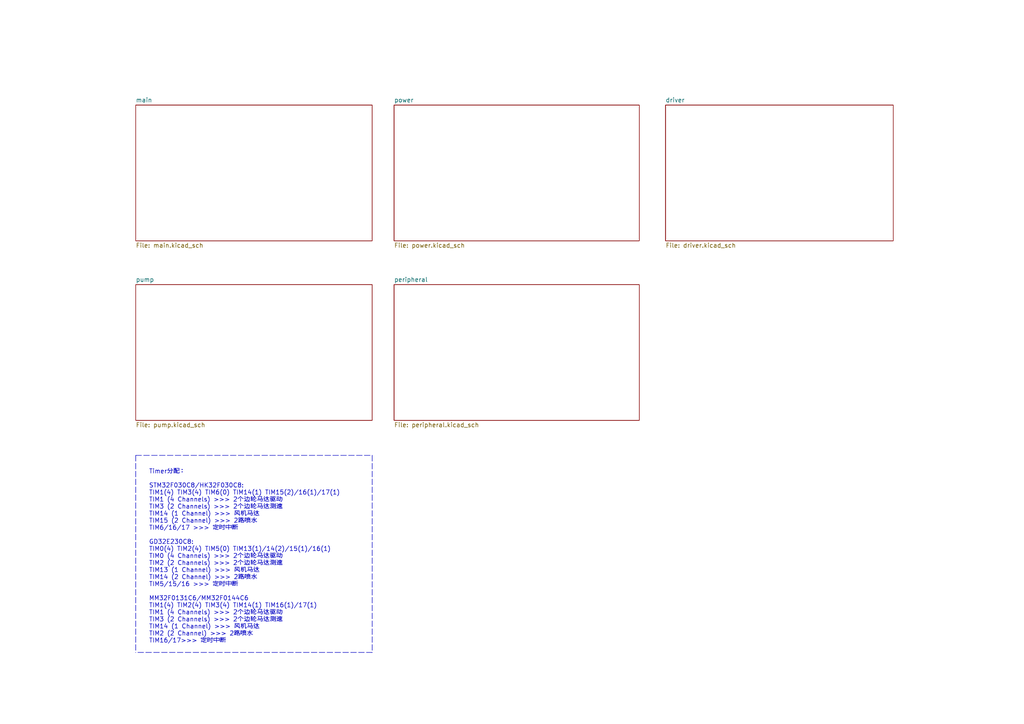
<source format=kicad_sch>
(kicad_sch (version 20211123) (generator eeschema)
  (paper "A4")
  (title_block (title "EDS-01-Main") (date "2022-10-19") (rev "V0.2") (company "Timye"))
  (lib_symbols)
  (polyline (pts (xy 107.95 189.23) (xy 39.37 189.23)))
  (polyline (pts (xy 39.37 132.08) (xy 39.37 189.23)))
  (polyline (pts (xy 39.37 132.08) (xy 107.95 132.08)))
  (polyline (pts (xy 107.95 132.08) (xy 107.95 189.23)))
  (text "Timer分配：\n\nSTM32F030C8/HK32F030C8: \nTIM1(4) TIM3(4) TIM6(0) TIM14(1) TIM15(2)/16(1)/17(1)\nTIM1 (4 Channels) >>> 2个边轮马达驱动\nTIM3 (2 Channels) >>> 2个边轮马达测速\nTIM14 (1 Channel) >>> 风机马达\nTIM15 (2 Channel) >>> 2路喷水\nTIM6/16/17 >>> 定时中断\n\nGD32E230C8: \nTIM0(4) TIM2(4) TIM5(0) TIM13(1)/14(2)/15(1)/16(1)\nTIM0 (4 Channels) >>> 2个边轮马达驱动\nTIM2 (2 Channels) >>> 2个边轮马达测速\nTIM13 (1 Channel) >>> 风机马达\nTIM14 (2 Channel) >>> 2路喷水\nTIM5/15/16 >>> 定时中断\n\nMM32F0131C6/MM32F0144C6\nTIM1(4) TIM2(4) TIM3(4) TIM14(1) TIM16(1)/17(1)\nTIM1 (4 Channels) >>> 2个边轮马达驱动\nTIM3 (2 Channels) >>> 2个边轮马达测速\nTIM14 (1 Channel) >>> 风机马达\nTIM2 (2 Channel) >>> 2路喷水\nTIM16/17>>> 定时中断\n" (at 43.18 186.69 0) (effects (font (size 1.27 1.27)) (justify left bottom)))
  (sheet (at 114.3 82.55) (size 71.12 39.37) (stroke (width 0.1524))
    (property "Sheet name" "peripheral" (at 114.3 81.8384 0) (effects (justify left bottom)))
    (property "Sheet file" "peripheral.kicad_sch" (at 114.3 122.5046 0) (effects (justify left top)))
  )
  (sheet (at 114.3 30.48) (size 71.12 39.37) (stroke (width 0.1524))
    (property "Sheet name" "power" (at 114.3 29.7684 0) (effects (justify left bottom)))
    (property "Sheet file" "power.kicad_sch" (at 114.3 70.4346 0) (effects (justify left top)))
  )
  (sheet (at 39.37 82.55) (size 68.58 39.37) (stroke (width 0.1524))
    (property "Sheet name" "pump" (at 39.37 81.8384 0) (effects (justify left bottom)))
    (property "Sheet file" "pump.kicad_sch" (at 39.37 122.5046 0) (effects (justify left top)))
  )
  (sheet (at 193.04 30.48) (size 66.04 39.37) (stroke (width 0.1524))
    (property "Sheet name" "driver" (at 193.04 29.7684 0) (effects (justify left bottom)))
    (property "Sheet file" "driver.kicad_sch" (at 193.04 70.4346 0) (effects (justify left top)))
  )
  (sheet (at 39.37 30.48) (size 68.58 39.37) (stroke (width 0.1524))
    (property "Sheet name" "main" (at 39.37 29.7684 0) (effects (justify left bottom)))
    (property "Sheet file" "main.kicad_sch" (at 39.37 70.4346 0) (effects (justify left top)))
  )
)
</source>
